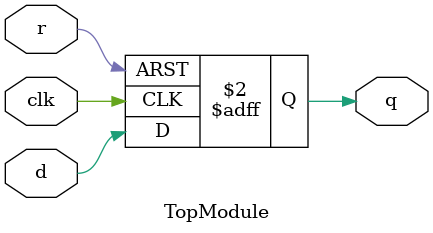
<source format=sv>


module TopModule (
  input clk,
  input d,
  input r,
  output logic q
);

always_ff @(posedge clk or posedge r) begin
    if (r)
        q <= 1'b0;
    else
        q <= d;
end

endmodule

</source>
